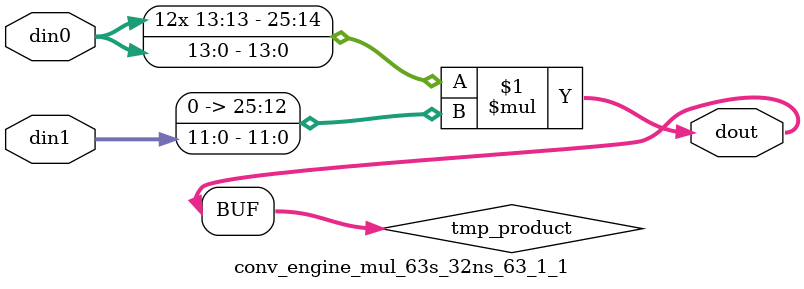
<source format=v>

`timescale 1 ns / 1 ps

 module conv_engine_mul_63s_32ns_63_1_1(din0, din1, dout);
parameter ID = 1;
parameter NUM_STAGE = 0;
parameter din0_WIDTH = 14;
parameter din1_WIDTH = 12;
parameter dout_WIDTH = 26;

input [din0_WIDTH - 1 : 0] din0; 
input [din1_WIDTH - 1 : 0] din1; 
output [dout_WIDTH - 1 : 0] dout;

wire signed [dout_WIDTH - 1 : 0] tmp_product;


























assign tmp_product = $signed(din0) * $signed({1'b0, din1});









assign dout = tmp_product;





















endmodule

</source>
